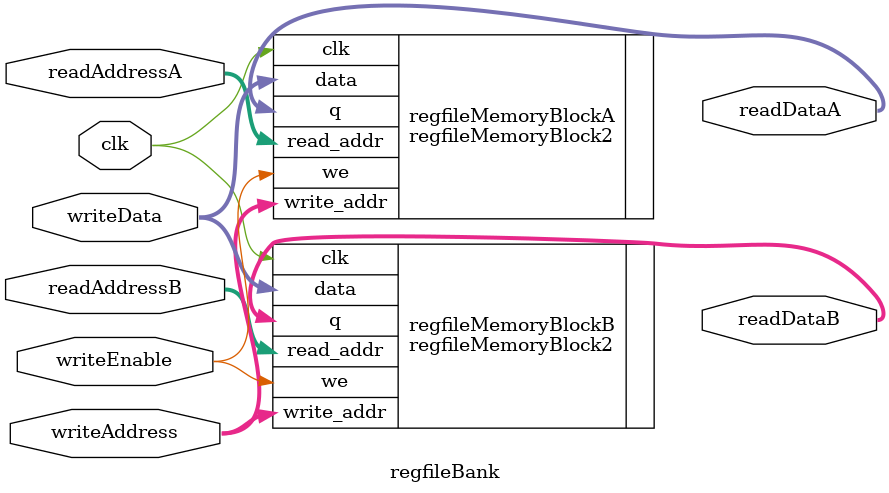
<source format=sv>


module regfileBank(
    input   logic          clk,
    input   logic          writeEnable,
    input   logic  [4:0]   writeAddress,
    input   logic  [31:0]  writeData,
    input   logic  [4:0]   readAddressA,
    input   logic  [4:0]   readAddressB,

    output  logic  [31:0]  readDataA,
    output  logic  [31:0]  readDataB
    );


    // data shows up in memory 1 cycle after we is asserted
    // and on the output 2 cycles after we is asserted
    regfileMemoryBlock2 #(.DATA_WIDTH(32), .ADDR_WIDTH(5))
    regfileMemoryBlockA(
        .clk        (clk),
        .data       (writeData),
        .read_addr  (readAddressA),
        .write_addr (writeAddress),
        .we         (writeEnable),
        .q          (readDataA)
    );


    // data shows up in memory 1 cycle after we is asserted
    // and on the output 2 cycles after we is asserted
    regfileMemoryBlock2 #(.DATA_WIDTH(32), .ADDR_WIDTH(5))
    regfileMemoryBlockB(
        .clk        (clk),
        .data       (writeData),
        .read_addr  (readAddressB),
        .write_addr (writeAddress),
        .we         (writeEnable),
        .q          (readDataB)
    );


    /*regfileMemoryBlock
    regfileMemoryBlockA(
        .clock      (clk),
        .data       (writeData),
        .rdaddress  (readAddressA),
        .wraddress  (writeAddress),
        .wren       (writeEnable),
        .q          (readDataA)
    );


    regfileMemoryBlock
    regfileMemoryBlockB(
        .clock      (clk),
        .data       (writeData),
        .rdaddress  (readAddressB),
        .wraddress  (writeAddress),
        .wren       (writeEnable),
        .q          (readDataB)
    );*/


endmodule


</source>
